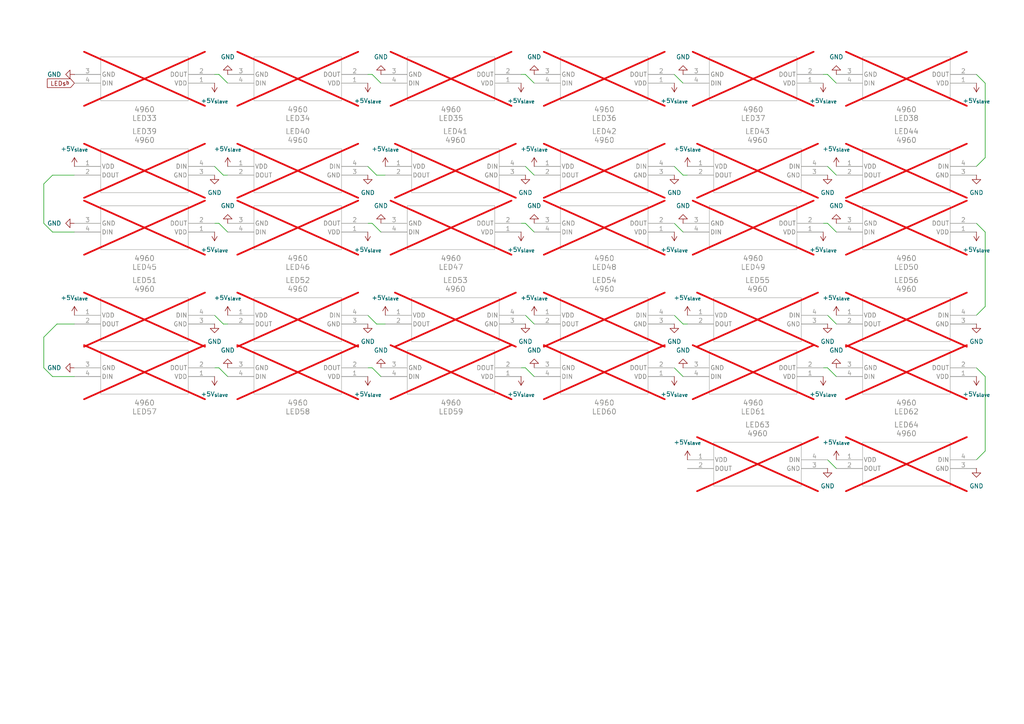
<source format=kicad_sch>
(kicad_sch (version 20250114) (generator "eeschema") (generator_version "9.0")
  (paper "A4")
  (lib_symbols
    (symbol "leds:4960" (pin_names (offset 0.254))
      (property "Reference" "LED" (at 20.32 10.16 0))
      (property "Value" "4960" (at 20.32 7.62 0))
      (symbol "4960_0_1"
        (polyline (pts (xy 7.62 5.08) (xy 7.62 -7.62)) (stroke (width 0.127)))
        (polyline (pts (xy 7.62 -7.62) (xy 33.02 -7.62)) (stroke (width 0.127)))
        (polyline (pts (xy 33.02 5.08) (xy 7.62 5.08)) (stroke (width 0.127)))
        (polyline (pts (xy 33.02 -7.62) (xy 33.02 5.08)) (stroke (width 0.127)))
        (pin power_in line (at 0 0 0) (length 7.62) (name "VDD") (number "1"))
        (pin output line (at 0 -2.54 0) (length 7.62) (name "DOUT") (number "2"))
        (pin input line (at 40.64 0 180) (length 7.62) (name "DIN") (number "4"))
        (pin power_out line (at 40.64 -2.54 180) (length 7.62) (name "GND") (number "3"))
      )
    )
    (symbol "power:+5V" (power) (pin_numbers (hide yes)) (pin_names (offset 0) (hide yes))
      (property "Value" "+5V" (at 0 3.556 0))
      (symbol "+5V_0_1"
        (polyline (pts (xy -0.762 1.27) (xy 0 2.54)))
        (polyline (pts (xy 0 2.54) (xy 0.762 1.27)))
        (polyline (pts (xy 0 0) (xy 0 2.54)))
      )
      (symbol "+5V_1_1"
        (pin power_in line (at 0 0 90) (length 0) (name "~") (number "1"))
      )
    )
    (symbol "power:GND" (power) (pin_numbers (hide yes)) (pin_names (offset 0) (hide yes))
      (property "Value" "GND" (at 0 -3.81 0))
      (symbol "GND_0_1"
        (polyline (pts (xy 0 0) (xy 0 -1.27) (xy 1.27 -1.27) (xy 0 -2.54) (xy -1.27 -1.27) (xy 0 -1.27)))
      )
      (symbol "GND_1_1"
        (pin power_in line (at 0 0 270) (length 0) (name "~") (number "1"))
      )
    )
  )
  (wire (pts (xy 15.24 50.8) (xy 12.7 53.34)))
  (wire (pts (xy 66.04 50.8) (xy 64.77 50.8)))
  (wire (pts (xy 195.58 64.77) (xy 198.12 67.31)))
  (wire (pts (xy 12.7 53.34) (xy 12.7 64.77)))
  (wire (pts (xy 63.5 64.77) (xy 66.04 67.31)))
  (wire (pts (xy 285.75 130.81) (xy 283.21 133.35)))
  (wire (pts (xy 12.7 106.68) (xy 15.24 109.22)))
  (wire (pts (xy 240.03 64.77) (xy 242.57 67.31)))
  (wire (pts (xy 285.75 109.22) (xy 285.75 130.81)))
  (wire (pts (xy 151.13 21.59) (xy 152.4 21.59)))
  (wire (pts (xy 238.76 64.77) (xy 240.03 64.77)))
  (wire (pts (xy 285.75 88.9) (xy 283.21 91.44)))
  (wire (pts (xy 152.4 64.77) (xy 154.94 67.31)))
  (wire (pts (xy 106.68 48.26) (xy 109.22 50.8)))
  (wire (pts (xy 242.57 50.8) (xy 240.03 48.26)))
  (wire (pts (xy 151.13 106.68) (xy 152.4 106.68)))
  (wire (pts (xy 64.77 50.8) (xy 62.23 48.26)))
  (wire (pts (xy 152.4 21.59) (xy 154.94 24.13)))
  (wire (pts (xy 66.04 93.98) (xy 64.77 93.98)))
  (wire (pts (xy 240.03 21.59) (xy 242.57 24.13)))
  (wire (pts (xy 285.75 24.13) (xy 285.75 45.72)))
  (wire (pts (xy 107.95 64.77) (xy 110.49 67.31)))
  (wire (pts (xy 62.23 106.68) (xy 63.5 106.68)))
  (wire (pts (xy 62.23 64.77) (xy 63.5 64.77)))
  (wire (pts (xy 106.68 91.44) (xy 109.22 93.98)))
  (wire (pts (xy 62.23 21.59) (xy 63.5 21.59)))
  (wire (pts (xy 242.57 135.89) (xy 240.03 133.35)))
  (wire (pts (xy 151.13 64.77) (xy 152.4 64.77)))
  (wire (pts (xy 154.94 93.98) (xy 152.4 91.44)))
  (wire (pts (xy 106.68 21.59) (xy 107.95 21.59)))
  (wire (pts (xy 21.59 93.98) (xy 16.51 93.98)))
  (wire (pts (xy 238.76 106.68) (xy 240.03 106.68)))
  (wire (pts (xy 21.59 50.8) (xy 15.24 50.8)))
  (wire (pts (xy 15.24 109.22) (xy 21.59 109.22)))
  (wire (pts (xy 152.4 106.68) (xy 154.94 109.22)))
  (wire (pts (xy 12.7 97.79) (xy 12.7 106.68)))
  (wire (pts (xy 63.5 21.59) (xy 66.04 24.13)))
  (wire (pts (xy 238.76 21.59) (xy 240.03 21.59)))
  (wire (pts (xy 198.12 93.98) (xy 195.58 91.44)))
  (wire (pts (xy 63.5 106.68) (xy 66.04 109.22)))
  (wire (pts (xy 283.21 21.59) (xy 285.75 24.13)))
  (wire (pts (xy 106.68 64.77) (xy 107.95 64.77)))
  (wire (pts (xy 195.58 106.68) (xy 198.12 109.22)))
  (wire (pts (xy 107.95 106.68) (xy 110.49 109.22)))
  (wire (pts (xy 240.03 106.68) (xy 242.57 109.22)))
  (wire (pts (xy 16.51 93.98) (xy 12.7 97.79)))
  (wire (pts (xy 15.24 67.31) (xy 21.59 67.31)))
  (wire (pts (xy 111.76 50.8) (xy 109.22 50.8)))
  (wire (pts (xy 285.75 67.31) (xy 285.75 88.9)))
  (wire (pts (xy 283.21 64.77) (xy 285.75 67.31)))
  (wire (pts (xy 199.39 50.8) (xy 198.12 50.8)))
  (wire (pts (xy 107.95 21.59) (xy 110.49 24.13)))
  (wire (pts (xy 199.39 93.98) (xy 198.12 93.98)))
  (wire (pts (xy 242.57 93.98) (xy 240.03 91.44)))
  (wire (pts (xy 283.21 106.68) (xy 285.75 109.22)))
  (wire (pts (xy 195.58 21.59) (xy 198.12 24.13)))
  (wire (pts (xy 154.94 50.8) (xy 152.4 48.26)))
  (wire (pts (xy 106.68 106.68) (xy 107.95 106.68)))
  (wire (pts (xy 64.77 93.98) (xy 62.23 91.44)))
  (wire (pts (xy 285.75 45.72) (xy 283.21 48.26)))
  (wire (pts (xy 12.7 64.77) (xy 15.24 67.31)))
  (wire (pts (xy 111.76 93.98) (xy 109.22 93.98)))
  (wire (pts (xy 198.12 50.8) (xy 195.58 48.26)))
  (global_label "LEDs^{b}" (shape input) (at 21.59 24.13 180) (property "Intersheetrefs" "${INTERSHEET_REFS}" (effects (hide yes))))
  (symbol (lib_id "power:GND") (at 154.94 106.68 180) (unit 1)
    (property "Reference" "#PWR0183" (effects (hide yes)))
    (property "Value" "GND" (at 154.94 101.6 0))
    (property "Description" "Power symbol creates a global label with name \"GND\" , ground" (effects (hide yes)))
  )
  (symbol (lib_id "leds:4960") (at 21.59 91.44 0) (unit 1) (dnp yes)
    (property "Reference" "LED51" (at 41.91 81.28 0) (effects (font (size 1.524 1.524))))
    (property "Value" "4960" (at 41.91 83.82 0) (effects (font (size 1.524 1.524))))
    (property "Footprint" "easyeda2kicad:LED-SMD_L3.2-W2.8-LS5.9_SK6812MINI-E" (effects (hide yes)))
    (property "Datasheet" "4960" (effects (hide yes)))
  )
  (symbol (lib_id "power:+5V") (at 238.76 24.13 180) (unit 1)
    (property "Reference" "#PWR0142" (effects (hide yes)))
    (property "Value" "+5V_{slave}" (at 238.76 29.21 0))
    (property "Description" "Power symbol creates a global label with name \"+5V\"" (effects (hide yes)))
  )
  (symbol (lib_id "power:GND") (at 21.59 21.59 270) (unit 1)
    (property "Reference" "#PWR0132" (effects (hide yes)))
    (property "Value" "GND" (at 17.78 21.5901 90) (effects (justify right)))
    (property "Description" "Power symbol creates a global label with name \"GND\" , ground" (effects (hide yes)))
  )
  (symbol (lib_id "leds:4960") (at 106.68 67.31 180) (unit 1) (dnp yes)
    (property "Reference" "LED46" (at 86.36 77.47 0) (effects (font (size 1.524 1.524))))
    (property "Value" "4960" (at 86.36 74.93 0) (effects (font (size 1.524 1.524))))
    (property "Footprint" "easyeda2kicad:LED-SMD_L3.2-W2.8-LS5.9_SK6812MINI-E" (effects (hide yes)))
    (property "Datasheet" "4960" (effects (hide yes)))
  )
  (symbol (lib_id "power:+5V") (at 151.13 24.13 180) (unit 1)
    (property "Reference" "#PWR0140" (effects (hide yes)))
    (property "Value" "+5V_{slave}" (at 151.13 29.21 0))
    (property "Description" "Power symbol creates a global label with name \"+5V\"" (effects (hide yes)))
  )
  (symbol (lib_id "power:GND") (at 62.23 93.98 0) (unit 1)
    (property "Reference" "#PWR0174" (effects (hide yes)))
    (property "Value" "GND" (at 62.23 99.06 0))
    (property "Description" "Power symbol creates a global label with name \"GND\" , ground" (effects (hide yes)))
  )
  (symbol (lib_id "power:+5V") (at 106.68 67.31 180) (unit 1)
    (property "Reference" "#PWR0163" (effects (hide yes)))
    (property "Value" "+5V_{slave}" (at 106.68 72.39 0))
    (property "Description" "Power symbol creates a global label with name \"+5V\"" (effects (hide yes)))
  )
  (symbol (lib_id "leds:4960") (at 238.76 109.22 180) (unit 1) (dnp yes)
    (property "Reference" "LED61" (at 218.44 119.38 0) (effects (font (size 1.524 1.524))))
    (property "Value" "4960" (at 218.44 116.84 0) (effects (font (size 1.524 1.524))))
    (property "Footprint" "easyeda2kicad:LED-SMD_L3.2-W2.8-LS5.9_SK6812MINI-E" (effects (hide yes)))
    (property "Datasheet" "4960" (effects (hide yes)))
  )
  (symbol (lib_id "leds:4960") (at 154.94 91.44 0) (unit 1) (dnp yes)
    (property "Reference" "LED54" (at 175.26 81.28 0) (effects (font (size 1.524 1.524))))
    (property "Value" "4960" (at 175.26 83.82 0) (effects (font (size 1.524 1.524))))
    (property "Footprint" "easyeda2kicad:LED-SMD_L3.2-W2.8-LS5.9_SK6812MINI-E" (effects (hide yes)))
    (property "Datasheet" "4960" (effects (hide yes)))
  )
  (symbol (lib_id "leds:4960") (at 62.23 109.22 180) (unit 1) (dnp yes)
    (property "Reference" "LED57" (at 41.91 119.38 0) (effects (font (size 1.524 1.524))))
    (property "Value" "4960" (at 41.91 116.84 0) (effects (font (size 1.524 1.524))))
    (property "Footprint" "easyeda2kicad:LED-SMD_L3.2-W2.8-LS5.9_SK6812MINI-E" (effects (hide yes)))
    (property "Datasheet" "4960" (effects (hide yes)))
  )
  (symbol (lib_id "leds:4960") (at 154.94 48.26 0) (unit 1) (dnp yes)
    (property "Reference" "LED42" (at 175.26 38.1 0) (effects (font (size 1.524 1.524))))
    (property "Value" "4960" (at 175.26 40.64 0) (effects (font (size 1.524 1.524))))
    (property "Footprint" "easyeda2kicad:LED-SMD_L3.2-W2.8-LS5.9_SK6812MINI-E" (effects (hide yes)))
    (property "Datasheet" "4960" (effects (hide yes)))
  )
  (symbol (lib_id "power:GND") (at 240.03 50.8 0) (unit 1)
    (property "Reference" "#PWR0154" (effects (hide yes)))
    (property "Value" "GND" (at 240.03 55.88 0))
    (property "Description" "Power symbol creates a global label with name \"GND\" , ground" (effects (hide yes)))
  )
  (symbol (lib_id "power:GND") (at 198.12 64.77 180) (unit 1)
    (property "Reference" "#PWR0160" (effects (hide yes)))
    (property "Value" "GND" (at 198.12 59.69 0))
    (property "Description" "Power symbol creates a global label with name \"GND\" , ground" (effects (hide yes)))
  )
  (symbol (lib_id "leds:4960") (at 195.58 109.22 180) (unit 1) (dnp yes)
    (property "Reference" "LED60" (at 175.26 119.38 0) (effects (font (size 1.524 1.524))))
    (property "Value" "4960" (at 175.26 116.84 0) (effects (font (size 1.524 1.524))))
    (property "Footprint" "easyeda2kicad:LED-SMD_L3.2-W2.8-LS5.9_SK6812MINI-E" (effects (hide yes)))
    (property "Datasheet" "4960" (effects (hide yes)))
  )
  (symbol (lib_id "power:+5V") (at 151.13 67.31 180) (unit 1)
    (property "Reference" "#PWR0164" (effects (hide yes)))
    (property "Value" "+5V_{slave}" (at 151.13 72.39 0))
    (property "Description" "Power symbol creates a global label with name \"+5V\"" (effects (hide yes)))
  )
  (symbol (lib_id "power:GND") (at 283.21 93.98 0) (unit 1)
    (property "Reference" "#PWR0179" (effects (hide yes)))
    (property "Value" "GND" (at 283.21 99.06 0))
    (property "Description" "Power symbol creates a global label with name \"GND\" , ground" (effects (hide yes)))
  )
  (symbol (lib_id "leds:4960") (at 199.39 133.35 0) (unit 1) (dnp yes)
    (property "Reference" "LED63" (at 219.71 123.19 0) (effects (font (size 1.524 1.524))))
    (property "Value" "4960" (at 219.71 125.73 0) (effects (font (size 1.524 1.524))))
    (property "Footprint" "easyeda2kicad:LED-SMD_L3.2-W2.8-LS5.9_SK6812MINI-E" (effects (hide yes)))
    (property "Datasheet" "4960" (effects (hide yes)))
  )
  (symbol (lib_id "power:GND") (at 240.03 135.89 0) (unit 1)
    (property "Reference" "#PWR0194" (effects (hide yes)))
    (property "Value" "GND" (at 240.03 140.97 0))
    (property "Description" "Power symbol creates a global label with name \"GND\" , ground" (effects (hide yes)))
  )
  (symbol (lib_id "leds:4960") (at 66.04 48.26 0) (unit 1) (dnp yes)
    (property "Reference" "LED40" (at 86.36 38.1 0) (effects (font (size 1.524 1.524))))
    (property "Value" "4960" (at 86.36 40.64 0) (effects (font (size 1.524 1.524))))
    (property "Footprint" "easyeda2kicad:LED-SMD_L3.2-W2.8-LS5.9_SK6812MINI-E" (effects (hide yes)))
    (property "Datasheet" "4960" (effects (hide yes)))
  )
  (symbol (lib_id "power:GND") (at 198.12 106.68 180) (unit 1)
    (property "Reference" "#PWR0184" (effects (hide yes)))
    (property "Value" "GND" (at 198.12 101.6 0))
    (property "Description" "Power symbol creates a global label with name \"GND\" , ground" (effects (hide yes)))
  )
  (symbol (lib_id "power:+5V") (at 21.59 48.26 0) (unit 1)
    (property "Reference" "#PWR0144" (effects (hide yes)))
    (property "Value" "+5V_{slave}" (at 21.59 43.18 0))
    (property "Description" "Power symbol creates a global label with name \"+5V\"" (effects (hide yes)))
  )
  (symbol (lib_id "power:+5V") (at 66.04 48.26 0) (unit 1)
    (property "Reference" "#PWR0145" (effects (hide yes)))
    (property "Value" "+5V_{slave}" (at 66.04 43.18 0))
    (property "Description" "Power symbol creates a global label with name \"+5V\"" (effects (hide yes)))
  )
  (symbol (lib_id "power:GND") (at 62.23 50.8 0) (unit 1)
    (property "Reference" "#PWR0150" (effects (hide yes)))
    (property "Value" "GND" (at 62.23 55.88 0))
    (property "Description" "Power symbol creates a global label with name \"GND\" , ground" (effects (hide yes)))
  )
  (symbol (lib_id "power:+5V") (at 242.57 133.35 0) (unit 1)
    (property "Reference" "#PWR0193" (effects (hide yes)))
    (property "Value" "+5V_{slave}" (at 242.57 128.27 0))
    (property "Description" "Power symbol creates a global label with name \"+5V\"" (effects (hide yes)))
  )
  (symbol (lib_id "power:GND") (at 152.4 50.8 0) (unit 1)
    (property "Reference" "#PWR0152" (effects (hide yes)))
    (property "Value" "GND" (at 152.4 55.88 0))
    (property "Description" "Power symbol creates a global label with name \"GND\" , ground" (effects (hide yes)))
  )
  (symbol (lib_id "power:+5V") (at 283.21 24.13 180) (unit 1)
    (property "Reference" "#PWR0143" (effects (hide yes)))
    (property "Value" "+5V_{slave}" (at 283.21 29.21 0))
    (property "Description" "Power symbol creates a global label with name \"+5V\"" (effects (hide yes)))
  )
  (symbol (lib_id "leds:4960") (at 242.57 48.26 0) (unit 1) (dnp yes)
    (property "Reference" "LED44" (at 262.89 38.1 0) (effects (font (size 1.524 1.524))))
    (property "Value" "4960" (at 262.89 40.64 0) (effects (font (size 1.524 1.524))))
    (property "Footprint" "easyeda2kicad:LED-SMD_L3.2-W2.8-LS5.9_SK6812MINI-E" (effects (hide yes)))
    (property "Datasheet" "4960" (effects (hide yes)))
  )
  (symbol (lib_id "power:+5V") (at 199.39 48.26 0) (unit 1)
    (property "Reference" "#PWR0148" (effects (hide yes)))
    (property "Value" "+5V_{slave}" (at 199.39 43.18 0))
    (property "Description" "Power symbol creates a global label with name \"+5V\"" (effects (hide yes)))
  )
  (symbol (lib_id "power:GND") (at 21.59 64.77 270) (unit 1)
    (property "Reference" "#PWR0156" (effects (hide yes)))
    (property "Value" "GND" (at 17.78 64.7701 90) (effects (justify right)))
    (property "Description" "Power symbol creates a global label with name \"GND\" , ground" (effects (hide yes)))
  )
  (symbol (lib_id "power:+5V") (at 199.39 133.35 0) (unit 1)
    (property "Reference" "#PWR0192" (effects (hide yes)))
    (property "Value" "+5V_{slave}" (at 199.39 128.27 0))
    (property "Description" "Power symbol creates a global label with name \"+5V\"" (effects (hide yes)))
  )
  (symbol (lib_id "power:GND") (at 66.04 21.59 180) (unit 1)
    (property "Reference" "#PWR0133" (effects (hide yes)))
    (property "Value" "GND" (at 66.04 16.51 0))
    (property "Description" "Power symbol creates a global label with name \"GND\" , ground" (effects (hide yes)))
  )
  (symbol (lib_id "leds:4960") (at 62.23 24.13 180) (unit 1) (dnp yes)
    (property "Reference" "LED33" (at 41.91 34.29 0) (effects (font (size 1.524 1.524))))
    (property "Value" "4960" (at 41.91 31.75 0) (effects (font (size 1.524 1.524))))
    (property "Footprint" "easyeda2kicad:LED-SMD_L3.2-W2.8-LS5.9_SK6812MINI-E" (effects (hide yes)))
    (property "Datasheet" "4960" (effects (hide yes)))
  )
  (symbol (lib_id "leds:4960") (at 242.57 91.44 0) (unit 1) (dnp yes)
    (property "Reference" "LED56" (at 262.89 81.28 0) (effects (font (size 1.524 1.524))))
    (property "Value" "4960" (at 262.89 83.82 0) (effects (font (size 1.524 1.524))))
    (property "Footprint" "easyeda2kicad:LED-SMD_L3.2-W2.8-LS5.9_SK6812MINI-E" (effects (hide yes)))
    (property "Datasheet" "4960" (effects (hide yes)))
  )
  (symbol (lib_id "leds:4960") (at 111.76 91.44 0) (unit 1) (dnp yes)
    (property "Reference" "LED53" (at 132.08 81.28 0) (effects (font (size 1.524 1.524))))
    (property "Value" "4960" (at 132.08 83.82 0) (effects (font (size 1.524 1.524))))
    (property "Footprint" "easyeda2kicad:LED-SMD_L3.2-W2.8-LS5.9_SK6812MINI-E" (effects (hide yes)))
    (property "Datasheet" "4960" (effects (hide yes)))
  )
  (symbol (lib_id "power:GND") (at 198.12 21.59 180) (unit 1)
    (property "Reference" "#PWR0136" (effects (hide yes)))
    (property "Value" "GND" (at 198.12 16.51 0))
    (property "Description" "Power symbol creates a global label with name \"GND\" , ground" (effects (hide yes)))
  )
  (symbol (lib_id "leds:4960") (at 106.68 109.22 180) (unit 1) (dnp yes)
    (property "Reference" "LED58" (at 86.36 119.38 0) (effects (font (size 1.524 1.524))))
    (property "Value" "4960" (at 86.36 116.84 0) (effects (font (size 1.524 1.524))))
    (property "Footprint" "easyeda2kicad:LED-SMD_L3.2-W2.8-LS5.9_SK6812MINI-E" (effects (hide yes)))
    (property "Datasheet" "4960" (effects (hide yes)))
  )
  (symbol (lib_id "power:+5V") (at 106.68 24.13 180) (unit 1)
    (property "Reference" "#PWR0139" (effects (hide yes)))
    (property "Value" "+5V_{slave}" (at 106.68 29.21 0))
    (property "Description" "Power symbol creates a global label with name \"+5V\"" (effects (hide yes)))
  )
  (symbol (lib_id "power:+5V") (at 199.39 91.44 0) (unit 1)
    (property "Reference" "#PWR0172" (effects (hide yes)))
    (property "Value" "+5V_{slave}" (at 199.39 86.36 0))
    (property "Description" "Power symbol creates a global label with name \"+5V\"" (effects (hide yes)))
  )
  (symbol (lib_id "leds:4960") (at 283.21 24.13 180) (unit 1) (dnp yes)
    (property "Reference" "LED38" (at 262.89 34.29 0) (effects (font (size 1.524 1.524))))
    (property "Value" "4960" (at 262.89 31.75 0) (effects (font (size 1.524 1.524))))
    (property "Footprint" "easyeda2kicad:LED-SMD_L3.2-W2.8-LS5.9_SK6812MINI-E" (effects (hide yes)))
    (property "Datasheet" "4960" (effects (hide yes)))
  )
  (symbol (lib_id "power:GND") (at 110.49 106.68 180) (unit 1)
    (property "Reference" "#PWR0182" (effects (hide yes)))
    (property "Value" "GND" (at 110.49 101.6 0))
    (property "Description" "Power symbol creates a global label with name \"GND\" , ground" (effects (hide yes)))
  )
  (symbol (lib_id "power:+5V") (at 195.58 67.31 180) (unit 1)
    (property "Reference" "#PWR0165" (effects (hide yes)))
    (property "Value" "+5V_{slave}" (at 195.58 72.39 0))
    (property "Description" "Power symbol creates a global label with name \"+5V\"" (effects (hide yes)))
  )
  (symbol (lib_id "leds:4960") (at 199.39 91.44 0) (unit 1) (dnp yes)
    (property "Reference" "LED55" (at 219.71 81.28 0) (effects (font (size 1.524 1.524))))
    (property "Value" "4960" (at 219.71 83.82 0) (effects (font (size 1.524 1.524))))
    (property "Footprint" "easyeda2kicad:LED-SMD_L3.2-W2.8-LS5.9_SK6812MINI-E" (effects (hide yes)))
    (property "Datasheet" "4960" (effects (hide yes)))
  )
  (symbol (lib_id "power:GND") (at 154.94 64.77 180) (unit 1)
    (property "Reference" "#PWR0159" (effects (hide yes)))
    (property "Value" "GND" (at 154.94 59.69 0))
    (property "Description" "Power symbol creates a global label with name \"GND\" , ground" (effects (hide yes)))
  )
  (symbol (lib_id "leds:4960") (at 195.58 67.31 180) (unit 1) (dnp yes)
    (property "Reference" "LED48" (at 175.26 77.47 0) (effects (font (size 1.524 1.524))))
    (property "Value" "4960" (at 175.26 74.93 0) (effects (font (size 1.524 1.524))))
    (property "Footprint" "easyeda2kicad:LED-SMD_L3.2-W2.8-LS5.9_SK6812MINI-E" (effects (hide yes)))
    (property "Datasheet" "4960" (effects (hide yes)))
  )
  (symbol (lib_id "power:+5V") (at 154.94 48.26 0) (unit 1)
    (property "Reference" "#PWR0147" (effects (hide yes)))
    (property "Value" "+5V_{slave}" (at 154.94 43.18 0))
    (property "Description" "Power symbol creates a global label with name \"+5V\"" (effects (hide yes)))
  )
  (symbol (lib_id "leds:4960") (at 283.21 109.22 180) (unit 1) (dnp yes)
    (property "Reference" "LED62" (at 262.89 119.38 0) (effects (font (size 1.524 1.524))))
    (property "Value" "4960" (at 262.89 116.84 0) (effects (font (size 1.524 1.524))))
    (property "Footprint" "easyeda2kicad:LED-SMD_L3.2-W2.8-LS5.9_SK6812MINI-E" (effects (hide yes)))
    (property "Datasheet" "4960" (effects (hide yes)))
  )
  (symbol (lib_id "leds:4960") (at 62.23 67.31 180) (unit 1) (dnp yes)
    (property "Reference" "LED45" (at 41.91 77.47 0) (effects (font (size 1.524 1.524))))
    (property "Value" "4960" (at 41.91 74.93 0) (effects (font (size 1.524 1.524))))
    (property "Footprint" "easyeda2kicad:LED-SMD_L3.2-W2.8-LS5.9_SK6812MINI-E" (effects (hide yes)))
    (property "Datasheet" "4960" (effects (hide yes)))
  )
  (symbol (lib_id "leds:4960") (at 151.13 67.31 180) (unit 1) (dnp yes)
    (property "Reference" "LED47" (at 130.81 77.47 0) (effects (font (size 1.524 1.524))))
    (property "Value" "4960" (at 130.81 74.93 0) (effects (font (size 1.524 1.524))))
    (property "Footprint" "easyeda2kicad:LED-SMD_L3.2-W2.8-LS5.9_SK6812MINI-E" (effects (hide yes)))
    (property "Datasheet" "4960" (effects (hide yes)))
  )
  (symbol (lib_id "power:GND") (at 195.58 50.8 0) (unit 1)
    (property "Reference" "#PWR0153" (effects (hide yes)))
    (property "Value" "GND" (at 195.58 55.88 0))
    (property "Description" "Power symbol creates a global label with name \"GND\" , ground" (effects (hide yes)))
  )
  (symbol (lib_id "power:GND") (at 242.57 106.68 180) (unit 1)
    (property "Reference" "#PWR0185" (effects (hide yes)))
    (property "Value" "GND" (at 242.57 101.6 0))
    (property "Description" "Power symbol creates a global label with name \"GND\" , ground" (effects (hide yes)))
  )
  (symbol (lib_id "power:+5V") (at 238.76 109.22 180) (unit 1)
    (property "Reference" "#PWR0190" (effects (hide yes)))
    (property "Value" "+5V_{slave}" (at 238.76 114.3 0))
    (property "Description" "Power symbol creates a global label with name \"+5V\"" (effects (hide yes)))
  )
  (symbol (lib_id "power:GND") (at 242.57 64.77 180) (unit 1)
    (property "Reference" "#PWR0161" (effects (hide yes)))
    (property "Value" "GND" (at 242.57 59.69 0))
    (property "Description" "Power symbol creates a global label with name \"GND\" , ground" (effects (hide yes)))
  )
  (symbol (lib_id "power:+5V") (at 283.21 67.31 180) (unit 1)
    (property "Reference" "#PWR0167" (effects (hide yes)))
    (property "Value" "+5V_{slave}" (at 283.21 72.39 0))
    (property "Description" "Power symbol creates a global label with name \"+5V\"" (effects (hide yes)))
  )
  (symbol (lib_id "leds:4960") (at 106.68 24.13 180) (unit 1) (dnp yes)
    (property "Reference" "LED34" (at 86.36 34.29 0) (effects (font (size 1.524 1.524))))
    (property "Value" "4960" (at 86.36 31.75 0) (effects (font (size 1.524 1.524))))
    (property "Footprint" "easyeda2kicad:LED-SMD_L3.2-W2.8-LS5.9_SK6812MINI-E" (effects (hide yes)))
    (property "Datasheet" "4960" (effects (hide yes)))
  )
  (symbol (lib_id "leds:4960") (at 238.76 67.31 180) (unit 1) (dnp yes)
    (property "Reference" "LED49" (at 218.44 77.47 0) (effects (font (size 1.524 1.524))))
    (property "Value" "4960" (at 218.44 74.93 0) (effects (font (size 1.524 1.524))))
    (property "Footprint" "easyeda2kicad:LED-SMD_L3.2-W2.8-LS5.9_SK6812MINI-E" (effects (hide yes)))
    (property "Datasheet" "4960" (effects (hide yes)))
  )
  (symbol (lib_id "power:+5V") (at 111.76 91.44 0) (unit 1)
    (property "Reference" "#PWR0170" (effects (hide yes)))
    (property "Value" "+5V_{slave}" (at 111.76 86.36 0))
    (property "Description" "Power symbol creates a global label with name \"+5V\"" (effects (hide yes)))
  )
  (symbol (lib_id "leds:4960") (at 151.13 24.13 180) (unit 1) (dnp yes)
    (property "Reference" "LED35" (at 130.81 34.29 0) (effects (font (size 1.524 1.524))))
    (property "Value" "4960" (at 130.81 31.75 0) (effects (font (size 1.524 1.524))))
    (property "Footprint" "easyeda2kicad:LED-SMD_L3.2-W2.8-LS5.9_SK6812MINI-E" (effects (hide yes)))
    (property "Datasheet" "4960" (effects (hide yes)))
  )
  (symbol (lib_id "power:GND") (at 154.94 21.59 180) (unit 1)
    (property "Reference" "#PWR0135" (effects (hide yes)))
    (property "Value" "GND" (at 154.94 16.51 0))
    (property "Description" "Power symbol creates a global label with name \"GND\" , ground" (effects (hide yes)))
  )
  (symbol (lib_id "leds:4960") (at 111.76 48.26 0) (unit 1) (dnp yes)
    (property "Reference" "LED41" (at 132.08 38.1 0) (effects (font (size 1.524 1.524))))
    (property "Value" "4960" (at 132.08 40.64 0) (effects (font (size 1.524 1.524))))
    (property "Footprint" "easyeda2kicad:LED-SMD_L3.2-W2.8-LS5.9_SK6812MINI-E" (effects (hide yes)))
    (property "Datasheet" "4960" (effects (hide yes)))
  )
  (symbol (lib_id "power:+5V") (at 238.76 67.31 180) (unit 1)
    (property "Reference" "#PWR0166" (effects (hide yes)))
    (property "Value" "+5V_{slave}" (at 238.76 72.39 0))
    (property "Description" "Power symbol creates a global label with name \"+5V\"" (effects (hide yes)))
  )
  (symbol (lib_id "leds:4960") (at 283.21 67.31 180) (unit 1) (dnp yes)
    (property "Reference" "LED50" (at 262.89 77.47 0) (effects (font (size 1.524 1.524))))
    (property "Value" "4960" (at 262.89 74.93 0) (effects (font (size 1.524 1.524))))
    (property "Footprint" "easyeda2kicad:LED-SMD_L3.2-W2.8-LS5.9_SK6812MINI-E" (effects (hide yes)))
    (property "Datasheet" "4960" (effects (hide yes)))
  )
  (symbol (lib_id "power:+5V") (at 242.57 48.26 0) (unit 1)
    (property "Reference" "#PWR0149" (effects (hide yes)))
    (property "Value" "+5V_{slave}" (at 242.57 43.18 0))
    (property "Description" "Power symbol creates a global label with name \"+5V\"" (effects (hide yes)))
  )
  (symbol (lib_id "power:+5V") (at 283.21 109.22 180) (unit 1)
    (property "Reference" "#PWR0191" (effects (hide yes)))
    (property "Value" "+5V_{slave}" (at 283.21 114.3 0))
    (property "Description" "Power symbol creates a global label with name \"+5V\"" (effects (hide yes)))
  )
  (symbol (lib_id "power:+5V") (at 154.94 91.44 0) (unit 1)
    (property "Reference" "#PWR0171" (effects (hide yes)))
    (property "Value" "+5V_{slave}" (at 154.94 86.36 0))
    (property "Description" "Power symbol creates a global label with name \"+5V\"" (effects (hide yes)))
  )
  (symbol (lib_id "power:GND") (at 240.03 93.98 0) (unit 1)
    (property "Reference" "#PWR0178" (effects (hide yes)))
    (property "Value" "GND" (at 240.03 99.06 0))
    (property "Description" "Power symbol creates a global label with name \"GND\" , ground" (effects (hide yes)))
  )
  (symbol (lib_id "power:GND") (at 242.57 21.59 180) (unit 1)
    (property "Reference" "#PWR0137" (effects (hide yes)))
    (property "Value" "GND" (at 242.57 16.51 0))
    (property "Description" "Power symbol creates a global label with name \"GND\" , ground" (effects (hide yes)))
  )
  (symbol (lib_id "power:GND") (at 152.4 93.98 0) (unit 1)
    (property "Reference" "#PWR0176" (effects (hide yes)))
    (property "Value" "GND" (at 152.4 99.06 0))
    (property "Description" "Power symbol creates a global label with name \"GND\" , ground" (effects (hide yes)))
  )
  (symbol (lib_id "leds:4960") (at 21.59 48.26 0) (unit 1) (dnp yes)
    (property "Reference" "LED39" (at 41.91 38.1 0) (effects (font (size 1.524 1.524))))
    (property "Value" "4960" (at 41.91 40.64 0) (effects (font (size 1.524 1.524))))
    (property "Footprint" "easyeda2kicad:LED-SMD_L3.2-W2.8-LS5.9_SK6812MINI-E" (effects (hide yes)))
    (property "Datasheet" "4960" (effects (hide yes)))
  )
  (symbol (lib_id "power:+5V") (at 195.58 24.13 180) (unit 1)
    (property "Reference" "#PWR0141" (effects (hide yes)))
    (property "Value" "+5V_{slave}" (at 195.58 29.21 0))
    (property "Description" "Power symbol creates a global label with name \"+5V\"" (effects (hide yes)))
  )
  (symbol (lib_id "power:+5V") (at 62.23 109.22 180) (unit 1)
    (property "Reference" "#PWR0186" (effects (hide yes)))
    (property "Value" "+5V_{slave}" (at 62.23 114.3 0))
    (property "Description" "Power symbol creates a global label with name \"+5V\"" (effects (hide yes)))
  )
  (symbol (lib_id "power:GND") (at 66.04 64.77 180) (unit 1)
    (property "Reference" "#PWR0157" (effects (hide yes)))
    (property "Value" "GND" (at 66.04 59.69 0))
    (property "Description" "Power symbol creates a global label with name \"GND\" , ground" (effects (hide yes)))
  )
  (symbol (lib_id "power:GND") (at 283.21 50.8 0) (unit 1)
    (property "Reference" "#PWR0155" (effects (hide yes)))
    (property "Value" "GND" (at 283.21 55.88 0))
    (property "Description" "Power symbol creates a global label with name \"GND\" , ground" (effects (hide yes)))
  )
  (symbol (lib_id "power:+5V") (at 242.57 91.44 0) (unit 1)
    (property "Reference" "#PWR0173" (effects (hide yes)))
    (property "Value" "+5V_{slave}" (at 242.57 86.36 0))
    (property "Description" "Power symbol creates a global label with name \"+5V\"" (effects (hide yes)))
  )
  (symbol (lib_id "power:GND") (at 195.58 93.98 0) (unit 1)
    (property "Reference" "#PWR0177" (effects (hide yes)))
    (property "Value" "GND" (at 195.58 99.06 0))
    (property "Description" "Power symbol creates a global label with name \"GND\" , ground" (effects (hide yes)))
  )
  (symbol (lib_id "leds:4960") (at 199.39 48.26 0) (unit 1) (dnp yes)
    (property "Reference" "LED43" (at 219.71 38.1 0) (effects (font (size 1.524 1.524))))
    (property "Value" "4960" (at 219.71 40.64 0) (effects (font (size 1.524 1.524))))
    (property "Footprint" "easyeda2kicad:LED-SMD_L3.2-W2.8-LS5.9_SK6812MINI-E" (effects (hide yes)))
    (property "Datasheet" "4960" (effects (hide yes)))
  )
  (symbol (lib_id "power:+5V") (at 195.58 109.22 180) (unit 1)
    (property "Reference" "#PWR0189" (effects (hide yes)))
    (property "Value" "+5V_{slave}" (at 195.58 114.3 0))
    (property "Description" "Power symbol creates a global label with name \"+5V\"" (effects (hide yes)))
  )
  (symbol (lib_id "power:GND") (at 66.04 106.68 180) (unit 1)
    (property "Reference" "#PWR0181" (effects (hide yes)))
    (property "Value" "GND" (at 66.04 101.6 0))
    (property "Description" "Power symbol creates a global label with name \"GND\" , ground" (effects (hide yes)))
  )
  (symbol (lib_id "leds:4960") (at 66.04 91.44 0) (unit 1) (dnp yes)
    (property "Reference" "LED52" (at 86.36 81.28 0) (effects (font (size 1.524 1.524))))
    (property "Value" "4960" (at 86.36 83.82 0) (effects (font (size 1.524 1.524))))
    (property "Footprint" "easyeda2kicad:LED-SMD_L3.2-W2.8-LS5.9_SK6812MINI-E" (effects (hide yes)))
    (property "Datasheet" "4960" (effects (hide yes)))
  )
  (symbol (lib_id "power:+5V") (at 62.23 67.31 180) (unit 1)
    (property "Reference" "#PWR0162" (effects (hide yes)))
    (property "Value" "+5V_{slave}" (at 62.23 72.39 0))
    (property "Description" "Power symbol creates a global label with name \"+5V\"" (effects (hide yes)))
  )
  (symbol (lib_id "leds:4960") (at 238.76 24.13 180) (unit 1) (dnp yes)
    (property "Reference" "LED37" (at 218.44 34.29 0) (effects (font (size 1.524 1.524))))
    (property "Value" "4960" (at 218.44 31.75 0) (effects (font (size 1.524 1.524))))
    (property "Footprint" "easyeda2kicad:LED-SMD_L3.2-W2.8-LS5.9_SK6812MINI-E" (effects (hide yes)))
    (property "Datasheet" "4960" (effects (hide yes)))
  )
  (symbol (lib_id "leds:4960") (at 242.57 133.35 0) (unit 1) (dnp yes)
    (property "Reference" "LED64" (at 262.89 123.19 0) (effects (font (size 1.524 1.524))))
    (property "Value" "4960" (at 262.89 125.73 0) (effects (font (size 1.524 1.524))))
    (property "Footprint" "easyeda2kicad:LED-SMD_L3.2-W2.8-LS5.9_SK6812MINI-E" (effects (hide yes)))
    (property "Datasheet" "4960" (effects (hide yes)))
  )
  (symbol (lib_id "power:+5V") (at 21.59 91.44 0) (unit 1)
    (property "Reference" "#PWR0168" (effects (hide yes)))
    (property "Value" "+5V_{slave}" (at 21.59 86.36 0))
    (property "Description" "Power symbol creates a global label with name \"+5V\"" (effects (hide yes)))
  )
  (symbol (lib_id "power:GND") (at 106.68 50.8 0) (unit 1)
    (property "Reference" "#PWR0151" (effects (hide yes)))
    (property "Value" "GND" (at 106.68 55.88 0))
    (property "Description" "Power symbol creates a global label with name \"GND\" , ground" (effects (hide yes)))
  )
  (symbol (lib_id "power:GND") (at 21.59 106.68 270) (unit 1)
    (property "Reference" "#PWR0180" (effects (hide yes)))
    (property "Value" "GND" (at 17.78 106.6801 90) (effects (justify right)))
    (property "Description" "Power symbol creates a global label with name \"GND\" , ground" (effects (hide yes)))
  )
  (symbol (lib_id "power:+5V") (at 66.04 91.44 0) (unit 1)
    (property "Reference" "#PWR0169" (effects (hide yes)))
    (property "Value" "+5V_{slave}" (at 66.04 86.36 0))
    (property "Description" "Power symbol creates a global label with name \"+5V\"" (effects (hide yes)))
  )
  (symbol (lib_id "leds:4960") (at 195.58 24.13 180) (unit 1) (dnp yes)
    (property "Reference" "LED36" (at 175.26 34.29 0) (effects (font (size 1.524 1.524))))
    (property "Value" "4960" (at 175.26 31.75 0) (effects (font (size 1.524 1.524))))
    (property "Footprint" "easyeda2kicad:LED-SMD_L3.2-W2.8-LS5.9_SK6812MINI-E" (effects (hide yes)))
    (property "Datasheet" "4960" (effects (hide yes)))
  )
  (symbol (lib_id "leds:4960") (at 151.13 109.22 180) (unit 1) (dnp yes)
    (property "Reference" "LED59" (at 130.81 119.38 0) (effects (font (size 1.524 1.524))))
    (property "Value" "4960" (at 130.81 116.84 0) (effects (font (size 1.524 1.524))))
    (property "Footprint" "easyeda2kicad:LED-SMD_L3.2-W2.8-LS5.9_SK6812MINI-E" (effects (hide yes)))
    (property "Datasheet" "4960" (effects (hide yes)))
  )
  (symbol (lib_id "power:+5V") (at 111.76 48.26 0) (unit 1)
    (property "Reference" "#PWR0146" (effects (hide yes)))
    (property "Value" "+5V_{slave}" (at 111.76 43.18 0))
    (property "Description" "Power symbol creates a global label with name \"+5V\"" (effects (hide yes)))
  )
  (symbol (lib_id "power:GND") (at 283.21 135.89 0) (unit 1)
    (property "Reference" "#PWR0195" (effects (hide yes)))
    (property "Value" "GND" (at 283.21 140.97 0))
    (property "Description" "Power symbol creates a global label with name \"GND\" , ground" (effects (hide yes)))
  )
  (symbol (lib_id "power:+5V") (at 151.13 109.22 180) (unit 1)
    (property "Reference" "#PWR0188" (effects (hide yes)))
    (property "Value" "+5V_{slave}" (at 151.13 114.3 0))
    (property "Description" "Power symbol creates a global label with name \"+5V\"" (effects (hide yes)))
  )
  (symbol (lib_id "power:GND") (at 106.68 93.98 0) (unit 1)
    (property "Reference" "#PWR0175" (effects (hide yes)))
    (property "Value" "GND" (at 106.68 99.06 0))
    (property "Description" "Power symbol creates a global label with name \"GND\" , ground" (effects (hide yes)))
  )
  (symbol (lib_id "power:GND") (at 110.49 21.59 180) (unit 1)
    (property "Reference" "#PWR0134" (effects (hide yes)))
    (property "Value" "GND" (at 110.49 16.51 0))
    (property "Description" "Power symbol creates a global label with name \"GND\" , ground" (effects (hide yes)))
  )
  (symbol (lib_id "power:+5V") (at 106.68 109.22 180) (unit 1)
    (property "Reference" "#PWR0187" (effects (hide yes)))
    (property "Value" "+5V_{slave}" (at 106.68 114.3 0))
    (property "Description" "Power symbol creates a global label with name \"+5V\"" (effects (hide yes)))
  )
  (symbol (lib_id "power:+5V") (at 62.23 24.13 180) (unit 1)
    (property "Reference" "#PWR0138" (effects (hide yes)))
    (property "Value" "+5V_{slave}" (at 62.23 29.21 0))
    (property "Description" "Power symbol creates a global label with name \"+5V\"" (effects (hide yes)))
  )
  (symbol (lib_id "power:GND") (at 110.49 64.77 180) (unit 1)
    (property "Reference" "#PWR0158" (effects (hide yes)))
    (property "Value" "GND" (at 110.49 59.69 0))
    (property "Description" "Power symbol creates a global label with name \"GND\" , ground" (effects (hide yes)))
  )
)
</source>
